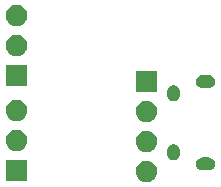
<source format=gbr>
G04 #@! TF.GenerationSoftware,KiCad,Pcbnew,5.1.0-060a0da~80~ubuntu18.04.1*
G04 #@! TF.CreationDate,2019-04-03T19:32:02+02:00*
G04 #@! TF.ProjectId,mav_sbus_bridge,6d61765f-7362-4757-935f-627269646765,rev?*
G04 #@! TF.SameCoordinates,Original*
G04 #@! TF.FileFunction,Soldermask,Bot*
G04 #@! TF.FilePolarity,Negative*
%FSLAX46Y46*%
G04 Gerber Fmt 4.6, Leading zero omitted, Abs format (unit mm)*
G04 Created by KiCad (PCBNEW 5.1.0-060a0da~80~ubuntu18.04.1) date 2019-04-03 19:32:02*
%MOMM*%
%LPD*%
G04 APERTURE LIST*
%ADD10C,0.100000*%
G04 APERTURE END LIST*
D10*
G36*
X153262520Y-111254586D02*
G01*
X153426310Y-111322430D01*
X153573717Y-111420924D01*
X153699076Y-111546283D01*
X153797570Y-111693690D01*
X153865414Y-111857480D01*
X153900000Y-112031358D01*
X153900000Y-112208642D01*
X153865414Y-112382520D01*
X153797570Y-112546310D01*
X153699076Y-112693717D01*
X153573717Y-112819076D01*
X153426310Y-112917570D01*
X153262520Y-112985414D01*
X153088642Y-113020000D01*
X152911358Y-113020000D01*
X152737480Y-112985414D01*
X152573690Y-112917570D01*
X152426283Y-112819076D01*
X152300924Y-112693717D01*
X152202430Y-112546310D01*
X152134586Y-112382520D01*
X152100000Y-112208642D01*
X152100000Y-112031358D01*
X152134586Y-111857480D01*
X152202430Y-111693690D01*
X152300924Y-111546283D01*
X152426283Y-111420924D01*
X152573690Y-111322430D01*
X152737480Y-111254586D01*
X152911358Y-111220000D01*
X153088642Y-111220000D01*
X153262520Y-111254586D01*
X153262520Y-111254586D01*
G37*
G36*
X142900000Y-112940000D02*
G01*
X141100000Y-112940000D01*
X141100000Y-111140000D01*
X142900000Y-111140000D01*
X142900000Y-112940000D01*
X142900000Y-112940000D01*
G37*
G36*
X158382819Y-110957958D02*
G01*
X158471910Y-110984984D01*
X158486498Y-110989409D01*
X158576577Y-111037558D01*
X158582042Y-111040479D01*
X158665790Y-111109210D01*
X158734521Y-111192958D01*
X158734522Y-111192960D01*
X158785591Y-111288502D01*
X158785592Y-111288506D01*
X158817042Y-111392181D01*
X158827661Y-111500000D01*
X158817042Y-111607819D01*
X158790993Y-111693690D01*
X158785591Y-111711498D01*
X158737442Y-111801577D01*
X158734521Y-111807042D01*
X158665790Y-111890790D01*
X158582042Y-111959521D01*
X158582040Y-111959522D01*
X158486498Y-112010591D01*
X158471910Y-112015016D01*
X158382819Y-112042042D01*
X158302018Y-112050000D01*
X157697982Y-112050000D01*
X157617181Y-112042042D01*
X157528090Y-112015016D01*
X157513502Y-112010591D01*
X157417960Y-111959522D01*
X157417958Y-111959521D01*
X157334210Y-111890790D01*
X157265479Y-111807042D01*
X157262558Y-111801577D01*
X157214409Y-111711498D01*
X157209007Y-111693690D01*
X157182958Y-111607819D01*
X157172339Y-111500000D01*
X157182958Y-111392181D01*
X157214408Y-111288506D01*
X157214409Y-111288502D01*
X157265478Y-111192960D01*
X157265479Y-111192958D01*
X157334210Y-111109210D01*
X157417958Y-111040479D01*
X157423423Y-111037558D01*
X157513502Y-110989409D01*
X157528090Y-110984984D01*
X157617181Y-110957958D01*
X157697982Y-110950000D01*
X158302018Y-110950000D01*
X158382819Y-110957958D01*
X158382819Y-110957958D01*
G37*
G36*
X155402917Y-109832597D02*
G01*
X155501884Y-109862618D01*
X155593083Y-109911365D01*
X155593084Y-109911366D01*
X155593086Y-109911367D01*
X155611294Y-109926310D01*
X155673027Y-109976973D01*
X155738635Y-110056917D01*
X155787382Y-110148115D01*
X155817403Y-110247082D01*
X155825000Y-110324214D01*
X155825000Y-110675785D01*
X155817403Y-110752917D01*
X155787382Y-110851884D01*
X155738635Y-110943083D01*
X155738633Y-110943086D01*
X155673027Y-111023027D01*
X155593086Y-111088633D01*
X155593084Y-111088634D01*
X155593083Y-111088635D01*
X155501885Y-111137382D01*
X155402918Y-111167403D01*
X155300000Y-111177540D01*
X155197083Y-111167403D01*
X155098116Y-111137382D01*
X155006918Y-111088635D01*
X155006917Y-111088634D01*
X155006915Y-111088633D01*
X154926974Y-111023027D01*
X154861368Y-110943086D01*
X154861366Y-110943083D01*
X154812617Y-110851880D01*
X154782597Y-110752922D01*
X154775000Y-110675786D01*
X154775000Y-110324215D01*
X154782597Y-110247083D01*
X154812618Y-110148116D01*
X154861365Y-110056917D01*
X154926973Y-109976973D01*
X154988706Y-109926310D01*
X155006914Y-109911367D01*
X155006916Y-109911366D01*
X155006917Y-109911365D01*
X155098115Y-109862618D01*
X155197082Y-109832597D01*
X155300000Y-109822460D01*
X155402917Y-109832597D01*
X155402917Y-109832597D01*
G37*
G36*
X153262520Y-108714586D02*
G01*
X153426310Y-108782430D01*
X153573717Y-108880924D01*
X153699076Y-109006283D01*
X153797570Y-109153690D01*
X153865414Y-109317480D01*
X153900000Y-109491358D01*
X153900000Y-109668642D01*
X153865414Y-109842520D01*
X153797570Y-110006310D01*
X153699076Y-110153717D01*
X153573717Y-110279076D01*
X153426310Y-110377570D01*
X153262520Y-110445414D01*
X153088642Y-110480000D01*
X152911358Y-110480000D01*
X152737480Y-110445414D01*
X152573690Y-110377570D01*
X152426283Y-110279076D01*
X152300924Y-110153717D01*
X152202430Y-110006310D01*
X152134586Y-109842520D01*
X152100000Y-109668642D01*
X152100000Y-109491358D01*
X152134586Y-109317480D01*
X152202430Y-109153690D01*
X152300924Y-109006283D01*
X152426283Y-108880924D01*
X152573690Y-108782430D01*
X152737480Y-108714586D01*
X152911358Y-108680000D01*
X153088642Y-108680000D01*
X153262520Y-108714586D01*
X153262520Y-108714586D01*
G37*
G36*
X142262520Y-108634586D02*
G01*
X142426310Y-108702430D01*
X142573717Y-108800924D01*
X142699076Y-108926283D01*
X142797570Y-109073690D01*
X142865414Y-109237480D01*
X142900000Y-109411358D01*
X142900000Y-109588642D01*
X142865414Y-109762520D01*
X142797570Y-109926310D01*
X142699076Y-110073717D01*
X142573717Y-110199076D01*
X142426310Y-110297570D01*
X142262520Y-110365414D01*
X142088642Y-110400000D01*
X141911358Y-110400000D01*
X141737480Y-110365414D01*
X141573690Y-110297570D01*
X141426283Y-110199076D01*
X141300924Y-110073717D01*
X141202430Y-109926310D01*
X141134586Y-109762520D01*
X141100000Y-109588642D01*
X141100000Y-109411358D01*
X141134586Y-109237480D01*
X141202430Y-109073690D01*
X141300924Y-108926283D01*
X141426283Y-108800924D01*
X141573690Y-108702430D01*
X141737480Y-108634586D01*
X141911358Y-108600000D01*
X142088642Y-108600000D01*
X142262520Y-108634586D01*
X142262520Y-108634586D01*
G37*
G36*
X153262520Y-106174586D02*
G01*
X153426310Y-106242430D01*
X153573717Y-106340924D01*
X153699076Y-106466283D01*
X153797570Y-106613690D01*
X153865414Y-106777480D01*
X153900000Y-106951358D01*
X153900000Y-107128642D01*
X153865414Y-107302520D01*
X153797570Y-107466310D01*
X153699076Y-107613717D01*
X153573717Y-107739076D01*
X153426310Y-107837570D01*
X153262520Y-107905414D01*
X153088642Y-107940000D01*
X152911358Y-107940000D01*
X152737480Y-107905414D01*
X152573690Y-107837570D01*
X152426283Y-107739076D01*
X152300924Y-107613717D01*
X152202430Y-107466310D01*
X152134586Y-107302520D01*
X152100000Y-107128642D01*
X152100000Y-106951358D01*
X152134586Y-106777480D01*
X152202430Y-106613690D01*
X152300924Y-106466283D01*
X152426283Y-106340924D01*
X152573690Y-106242430D01*
X152737480Y-106174586D01*
X152911358Y-106140000D01*
X153088642Y-106140000D01*
X153262520Y-106174586D01*
X153262520Y-106174586D01*
G37*
G36*
X142262520Y-106094586D02*
G01*
X142426310Y-106162430D01*
X142573717Y-106260924D01*
X142699076Y-106386283D01*
X142797570Y-106533690D01*
X142865414Y-106697480D01*
X142900000Y-106871358D01*
X142900000Y-107048642D01*
X142865414Y-107222520D01*
X142797570Y-107386310D01*
X142699076Y-107533717D01*
X142573717Y-107659076D01*
X142426310Y-107757570D01*
X142262520Y-107825414D01*
X142088642Y-107860000D01*
X141911358Y-107860000D01*
X141737480Y-107825414D01*
X141573690Y-107757570D01*
X141426283Y-107659076D01*
X141300924Y-107533717D01*
X141202430Y-107386310D01*
X141134586Y-107222520D01*
X141100000Y-107048642D01*
X141100000Y-106871358D01*
X141134586Y-106697480D01*
X141202430Y-106533690D01*
X141300924Y-106386283D01*
X141426283Y-106260924D01*
X141573690Y-106162430D01*
X141737480Y-106094586D01*
X141911358Y-106060000D01*
X142088642Y-106060000D01*
X142262520Y-106094586D01*
X142262520Y-106094586D01*
G37*
G36*
X155402917Y-104832597D02*
G01*
X155501884Y-104862618D01*
X155593083Y-104911365D01*
X155593084Y-104911366D01*
X155593086Y-104911367D01*
X155673027Y-104976973D01*
X155732959Y-105050000D01*
X155738635Y-105056917D01*
X155787382Y-105148115D01*
X155817403Y-105247082D01*
X155825000Y-105324214D01*
X155825000Y-105675785D01*
X155817403Y-105752917D01*
X155787382Y-105851884D01*
X155738635Y-105943083D01*
X155738633Y-105943086D01*
X155673027Y-106023027D01*
X155593086Y-106088633D01*
X155593084Y-106088634D01*
X155593083Y-106088635D01*
X155501885Y-106137382D01*
X155402918Y-106167403D01*
X155300000Y-106177540D01*
X155197083Y-106167403D01*
X155180689Y-106162430D01*
X155098116Y-106137382D01*
X155006918Y-106088635D01*
X155006917Y-106088634D01*
X155006915Y-106088633D01*
X154926974Y-106023027D01*
X154861368Y-105943086D01*
X154861366Y-105943083D01*
X154812617Y-105851880D01*
X154782597Y-105752922D01*
X154775000Y-105675786D01*
X154775000Y-105324215D01*
X154782597Y-105247083D01*
X154812618Y-105148116D01*
X154861365Y-105056917D01*
X154867042Y-105050000D01*
X154926973Y-104976973D01*
X155006914Y-104911367D01*
X155006916Y-104911366D01*
X155006917Y-104911365D01*
X155098115Y-104862618D01*
X155197082Y-104832597D01*
X155300000Y-104822460D01*
X155402917Y-104832597D01*
X155402917Y-104832597D01*
G37*
G36*
X153900000Y-105400000D02*
G01*
X152100000Y-105400000D01*
X152100000Y-103600000D01*
X153900000Y-103600000D01*
X153900000Y-105400000D01*
X153900000Y-105400000D01*
G37*
G36*
X158382819Y-103957958D02*
G01*
X158471910Y-103984984D01*
X158486498Y-103989409D01*
X158576577Y-104037558D01*
X158582042Y-104040479D01*
X158665790Y-104109210D01*
X158734521Y-104192958D01*
X158734522Y-104192960D01*
X158785591Y-104288502D01*
X158785592Y-104288506D01*
X158817042Y-104392181D01*
X158827661Y-104500000D01*
X158817042Y-104607819D01*
X158790016Y-104696910D01*
X158785591Y-104711498D01*
X158737442Y-104801577D01*
X158734521Y-104807042D01*
X158665790Y-104890790D01*
X158582042Y-104959521D01*
X158582040Y-104959522D01*
X158486498Y-105010591D01*
X158471910Y-105015016D01*
X158382819Y-105042042D01*
X158302018Y-105050000D01*
X157697982Y-105050000D01*
X157617181Y-105042042D01*
X157528090Y-105015016D01*
X157513502Y-105010591D01*
X157417960Y-104959522D01*
X157417958Y-104959521D01*
X157334210Y-104890790D01*
X157265479Y-104807042D01*
X157262558Y-104801577D01*
X157214409Y-104711498D01*
X157209984Y-104696910D01*
X157182958Y-104607819D01*
X157172339Y-104500000D01*
X157182958Y-104392181D01*
X157214408Y-104288506D01*
X157214409Y-104288502D01*
X157265478Y-104192960D01*
X157265479Y-104192958D01*
X157334210Y-104109210D01*
X157417958Y-104040479D01*
X157423423Y-104037558D01*
X157513502Y-103989409D01*
X157528090Y-103984984D01*
X157617181Y-103957958D01*
X157697982Y-103950000D01*
X158302018Y-103950000D01*
X158382819Y-103957958D01*
X158382819Y-103957958D01*
G37*
G36*
X142900000Y-104900000D02*
G01*
X141100000Y-104900000D01*
X141100000Y-103100000D01*
X142900000Y-103100000D01*
X142900000Y-104900000D01*
X142900000Y-104900000D01*
G37*
G36*
X142262520Y-100594586D02*
G01*
X142426310Y-100662430D01*
X142573717Y-100760924D01*
X142699076Y-100886283D01*
X142797570Y-101033690D01*
X142865414Y-101197480D01*
X142900000Y-101371358D01*
X142900000Y-101548642D01*
X142865414Y-101722520D01*
X142797570Y-101886310D01*
X142699076Y-102033717D01*
X142573717Y-102159076D01*
X142426310Y-102257570D01*
X142262520Y-102325414D01*
X142088642Y-102360000D01*
X141911358Y-102360000D01*
X141737480Y-102325414D01*
X141573690Y-102257570D01*
X141426283Y-102159076D01*
X141300924Y-102033717D01*
X141202430Y-101886310D01*
X141134586Y-101722520D01*
X141100000Y-101548642D01*
X141100000Y-101371358D01*
X141134586Y-101197480D01*
X141202430Y-101033690D01*
X141300924Y-100886283D01*
X141426283Y-100760924D01*
X141573690Y-100662430D01*
X141737480Y-100594586D01*
X141911358Y-100560000D01*
X142088642Y-100560000D01*
X142262520Y-100594586D01*
X142262520Y-100594586D01*
G37*
G36*
X142262520Y-98054586D02*
G01*
X142426310Y-98122430D01*
X142573717Y-98220924D01*
X142699076Y-98346283D01*
X142797570Y-98493690D01*
X142865414Y-98657480D01*
X142900000Y-98831358D01*
X142900000Y-99008642D01*
X142865414Y-99182520D01*
X142797570Y-99346310D01*
X142699076Y-99493717D01*
X142573717Y-99619076D01*
X142426310Y-99717570D01*
X142262520Y-99785414D01*
X142088642Y-99820000D01*
X141911358Y-99820000D01*
X141737480Y-99785414D01*
X141573690Y-99717570D01*
X141426283Y-99619076D01*
X141300924Y-99493717D01*
X141202430Y-99346310D01*
X141134586Y-99182520D01*
X141100000Y-99008642D01*
X141100000Y-98831358D01*
X141134586Y-98657480D01*
X141202430Y-98493690D01*
X141300924Y-98346283D01*
X141426283Y-98220924D01*
X141573690Y-98122430D01*
X141737480Y-98054586D01*
X141911358Y-98020000D01*
X142088642Y-98020000D01*
X142262520Y-98054586D01*
X142262520Y-98054586D01*
G37*
M02*

</source>
